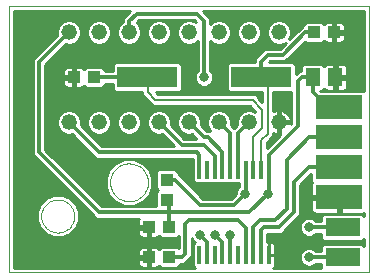
<source format=gtl>
G75*
G70*
%OFA0B0*%
%FSLAX24Y24*%
%IPPOS*%
%LPD*%
%AMOC8*
5,1,8,0,0,1.08239X$1,22.5*
%
%ADD10C,0.0000*%
%ADD11C,0.0520*%
%ADD12R,0.0157X0.0591*%
%ADD13R,0.2000X0.0700*%
%ADD14R,0.0433X0.0394*%
%ADD15R,0.0512X0.0591*%
%ADD16R,0.1575X0.0787*%
%ADD17R,0.1181X0.0591*%
%ADD18C,0.0100*%
%ADD19C,0.0317*%
%ADD20C,0.0120*%
%ADD21C,0.0080*%
D10*
X000282Y000282D02*
X000282Y009152D01*
X012274Y009152D01*
X012274Y000282D01*
X000282Y000282D01*
X001356Y002157D02*
X001358Y002204D01*
X001364Y002250D01*
X001374Y002296D01*
X001387Y002341D01*
X001405Y002384D01*
X001426Y002426D01*
X001450Y002466D01*
X001478Y002503D01*
X001509Y002538D01*
X001543Y002571D01*
X001579Y002600D01*
X001618Y002626D01*
X001659Y002649D01*
X001702Y002668D01*
X001746Y002684D01*
X001791Y002696D01*
X001837Y002704D01*
X001884Y002708D01*
X001930Y002708D01*
X001977Y002704D01*
X002023Y002696D01*
X002068Y002684D01*
X002112Y002668D01*
X002155Y002649D01*
X002196Y002626D01*
X002235Y002600D01*
X002271Y002571D01*
X002305Y002538D01*
X002336Y002503D01*
X002364Y002466D01*
X002388Y002426D01*
X002409Y002384D01*
X002427Y002341D01*
X002440Y002296D01*
X002450Y002250D01*
X002456Y002204D01*
X002458Y002157D01*
X002456Y002110D01*
X002450Y002064D01*
X002440Y002018D01*
X002427Y001973D01*
X002409Y001930D01*
X002388Y001888D01*
X002364Y001848D01*
X002336Y001811D01*
X002305Y001776D01*
X002271Y001743D01*
X002235Y001714D01*
X002196Y001688D01*
X002155Y001665D01*
X002112Y001646D01*
X002068Y001630D01*
X002023Y001618D01*
X001977Y001610D01*
X001930Y001606D01*
X001884Y001606D01*
X001837Y001610D01*
X001791Y001618D01*
X001746Y001630D01*
X001702Y001646D01*
X001659Y001665D01*
X001618Y001688D01*
X001579Y001714D01*
X001543Y001743D01*
X001509Y001776D01*
X001478Y001811D01*
X001450Y001848D01*
X001426Y001888D01*
X001405Y001930D01*
X001387Y001973D01*
X001374Y002018D01*
X001364Y002064D01*
X001358Y002110D01*
X001356Y002157D01*
X003652Y003282D02*
X003654Y003332D01*
X003660Y003382D01*
X003670Y003431D01*
X003684Y003479D01*
X003701Y003526D01*
X003722Y003571D01*
X003747Y003615D01*
X003775Y003656D01*
X003807Y003695D01*
X003841Y003732D01*
X003878Y003766D01*
X003918Y003796D01*
X003960Y003823D01*
X004004Y003847D01*
X004050Y003868D01*
X004097Y003884D01*
X004145Y003897D01*
X004195Y003906D01*
X004244Y003911D01*
X004295Y003912D01*
X004345Y003909D01*
X004394Y003902D01*
X004443Y003891D01*
X004491Y003876D01*
X004537Y003858D01*
X004582Y003836D01*
X004625Y003810D01*
X004666Y003781D01*
X004705Y003749D01*
X004741Y003714D01*
X004773Y003676D01*
X004803Y003636D01*
X004830Y003593D01*
X004853Y003549D01*
X004872Y003503D01*
X004888Y003455D01*
X004900Y003406D01*
X004908Y003357D01*
X004912Y003307D01*
X004912Y003257D01*
X004908Y003207D01*
X004900Y003158D01*
X004888Y003109D01*
X004872Y003061D01*
X004853Y003015D01*
X004830Y002971D01*
X004803Y002928D01*
X004773Y002888D01*
X004741Y002850D01*
X004705Y002815D01*
X004666Y002783D01*
X004625Y002754D01*
X004582Y002728D01*
X004537Y002706D01*
X004491Y002688D01*
X004443Y002673D01*
X004394Y002662D01*
X004345Y002655D01*
X004295Y002652D01*
X004244Y002653D01*
X004195Y002658D01*
X004145Y002667D01*
X004097Y002680D01*
X004050Y002696D01*
X004004Y002717D01*
X003960Y002741D01*
X003918Y002768D01*
X003878Y002798D01*
X003841Y002832D01*
X003807Y002869D01*
X003775Y002908D01*
X003747Y002949D01*
X003722Y002993D01*
X003701Y003038D01*
X003684Y003085D01*
X003670Y003133D01*
X003660Y003182D01*
X003654Y003232D01*
X003652Y003282D01*
D11*
X003282Y005282D03*
X002282Y005282D03*
X004282Y005282D03*
X005282Y005282D03*
X006282Y005282D03*
X007282Y005282D03*
X008282Y005282D03*
X009282Y005282D03*
X009282Y008282D03*
X008282Y008282D03*
X007282Y008282D03*
X006282Y008282D03*
X005282Y008282D03*
X004282Y008282D03*
X003282Y008282D03*
X002282Y008282D03*
D12*
X006631Y003709D03*
X006887Y003709D03*
X007142Y003709D03*
X007398Y003709D03*
X007654Y003709D03*
X007910Y003709D03*
X008166Y003709D03*
X008422Y003709D03*
X008678Y003709D03*
X008934Y003709D03*
X008934Y000855D03*
X008678Y000855D03*
X008422Y000855D03*
X008166Y000855D03*
X007910Y000855D03*
X007654Y000855D03*
X007398Y000855D03*
X007142Y000855D03*
X006887Y000855D03*
X006631Y000855D03*
D13*
X004882Y006782D03*
X008682Y006782D03*
D14*
X010448Y008282D03*
X011117Y008282D03*
X005532Y003367D03*
X005532Y002698D03*
X005617Y001782D03*
X004948Y001782D03*
X004948Y000782D03*
X005617Y000782D03*
X003117Y006782D03*
X002448Y006782D03*
D15*
X010408Y006782D03*
X011156Y006782D03*
D16*
X011282Y005782D03*
X011282Y004782D03*
X011282Y003782D03*
X011282Y002782D03*
D17*
X011407Y001782D03*
X011407Y000782D03*
D18*
X010754Y001227D02*
X010667Y001140D01*
X010667Y000992D01*
X010508Y000992D01*
X010457Y001044D01*
X010344Y001091D01*
X010221Y001091D01*
X010107Y001044D01*
X010021Y000957D01*
X009974Y000844D01*
X009974Y000721D01*
X010021Y000607D01*
X010107Y000521D01*
X010221Y000474D01*
X010344Y000474D01*
X010457Y000521D01*
X010508Y000572D01*
X010667Y000572D01*
X010667Y000432D01*
X009091Y000432D01*
X009105Y000440D01*
X009133Y000468D01*
X009152Y000502D01*
X009162Y000540D01*
X009162Y000855D01*
X009162Y001170D01*
X009152Y001208D01*
X009133Y001242D01*
X009105Y001270D01*
X009070Y001290D01*
X009032Y001300D01*
X008934Y001300D01*
X008934Y000855D01*
X009162Y000855D01*
X008934Y000855D01*
X008934Y000855D01*
X008934Y000855D01*
X008934Y001300D01*
X008888Y001300D01*
X008888Y001572D01*
X009369Y001572D01*
X009492Y001695D01*
X009992Y002195D01*
X009992Y002369D01*
X009992Y003195D01*
X010345Y003548D01*
X010345Y003326D01*
X010389Y003282D01*
X010375Y003268D01*
X010355Y003234D01*
X010345Y003196D01*
X010345Y002832D01*
X011232Y002832D01*
X011232Y002732D01*
X011332Y002732D01*
X011332Y002239D01*
X012089Y002239D01*
X012124Y002248D01*
X012124Y002163D01*
X012060Y002227D01*
X010754Y002227D01*
X010667Y002140D01*
X010667Y001992D01*
X010508Y001992D01*
X010457Y002044D01*
X010344Y002091D01*
X010221Y002091D01*
X010107Y002044D01*
X010021Y001957D01*
X009974Y001844D01*
X009974Y001721D01*
X010021Y001607D01*
X010107Y001521D01*
X010221Y001474D01*
X010344Y001474D01*
X010457Y001521D01*
X010508Y001572D01*
X010667Y001572D01*
X010667Y001425D01*
X010754Y001337D01*
X012060Y001337D01*
X012124Y001401D01*
X012124Y001163D01*
X012060Y001227D01*
X010754Y001227D01*
X010696Y001169D02*
X009162Y001169D01*
X009162Y001071D02*
X010172Y001071D01*
X010392Y001071D02*
X010667Y001071D01*
X010725Y001366D02*
X008888Y001366D01*
X008888Y001465D02*
X010667Y001465D01*
X010667Y001563D02*
X010499Y001563D01*
X010065Y001563D02*
X008888Y001563D01*
X008934Y001268D02*
X008934Y001268D01*
X008934Y001169D02*
X008934Y001169D01*
X008934Y001071D02*
X008934Y001071D01*
X008934Y000972D02*
X008934Y000972D01*
X008934Y000873D02*
X008934Y000873D01*
X009162Y000873D02*
X009986Y000873D01*
X009974Y000775D02*
X009162Y000775D01*
X009162Y000676D02*
X009992Y000676D01*
X010050Y000578D02*
X009162Y000578D01*
X009139Y000479D02*
X010208Y000479D01*
X010357Y000479D02*
X010667Y000479D01*
X010036Y000972D02*
X009162Y000972D01*
X009107Y001268D02*
X012124Y001268D01*
X012124Y001366D02*
X012089Y001366D01*
X012118Y001169D02*
X012124Y001169D01*
X011332Y002253D02*
X011232Y002253D01*
X011232Y002239D02*
X011232Y002732D01*
X010345Y002732D01*
X010345Y002369D01*
X010355Y002331D01*
X010375Y002296D01*
X010403Y002268D01*
X010437Y002249D01*
X010475Y002239D01*
X011232Y002239D01*
X011232Y002352D02*
X011332Y002352D01*
X011332Y002450D02*
X011232Y002450D01*
X011232Y002549D02*
X011332Y002549D01*
X011332Y002647D02*
X011232Y002647D01*
X011232Y002746D02*
X009992Y002746D01*
X009992Y002844D02*
X010345Y002844D01*
X010345Y002943D02*
X009992Y002943D01*
X009992Y003041D02*
X010345Y003041D01*
X010345Y003140D02*
X009992Y003140D01*
X010035Y003239D02*
X010358Y003239D01*
X010345Y003337D02*
X010134Y003337D01*
X010233Y003436D02*
X010345Y003436D01*
X010331Y003534D02*
X010345Y003534D01*
X010345Y002647D02*
X009992Y002647D01*
X009992Y002549D02*
X010345Y002549D01*
X010345Y002450D02*
X009992Y002450D01*
X009992Y002352D02*
X010349Y002352D01*
X010429Y002253D02*
X009992Y002253D01*
X009951Y002155D02*
X010682Y002155D01*
X010667Y002056D02*
X010427Y002056D01*
X010137Y002056D02*
X009853Y002056D01*
X009754Y001957D02*
X010021Y001957D01*
X009980Y001859D02*
X009656Y001859D01*
X009557Y001760D02*
X009974Y001760D01*
X009998Y001662D02*
X009459Y001662D01*
X007849Y002896D02*
X007695Y002742D01*
X006744Y002742D01*
X005910Y003577D01*
X005899Y003577D01*
X005899Y003626D01*
X005811Y003714D01*
X005254Y003714D01*
X005166Y003626D01*
X005166Y003108D01*
X005241Y003032D01*
X005166Y002957D01*
X005166Y002492D01*
X003369Y002492D01*
X001492Y004369D01*
X001492Y007195D01*
X002178Y007881D01*
X002201Y007872D01*
X002364Y007872D01*
X002514Y007935D01*
X002630Y008050D01*
X002692Y008201D01*
X002692Y008364D01*
X002630Y008514D01*
X002514Y008630D01*
X002364Y008692D01*
X002201Y008692D01*
X002050Y008630D01*
X001935Y008514D01*
X001872Y008364D01*
X001872Y008201D01*
X001881Y008178D01*
X001195Y007492D01*
X001072Y007369D01*
X001072Y004369D01*
X001072Y004195D01*
X003072Y002195D01*
X003195Y002072D01*
X004612Y002072D01*
X004611Y002071D01*
X004591Y002037D01*
X004581Y001999D01*
X004581Y001831D01*
X004899Y001831D01*
X004899Y001734D01*
X004581Y001734D01*
X004581Y001566D01*
X004591Y001527D01*
X004611Y001493D01*
X004639Y001465D01*
X004673Y001446D01*
X004711Y001435D01*
X004899Y001435D01*
X004899Y001734D01*
X004996Y001734D01*
X004996Y001435D01*
X005184Y001435D01*
X005222Y001446D01*
X005256Y001465D01*
X005282Y001491D01*
X005338Y001435D01*
X005896Y001435D01*
X005947Y001487D01*
X005947Y001077D01*
X005896Y001129D01*
X005338Y001129D01*
X005282Y001073D01*
X005256Y001099D01*
X005222Y001119D01*
X005184Y001129D01*
X004996Y001129D01*
X004996Y000831D01*
X004899Y000831D01*
X004899Y001129D01*
X004711Y001129D01*
X004673Y001119D01*
X004639Y001099D01*
X004611Y001071D01*
X004591Y001037D01*
X004581Y000999D01*
X004581Y000831D01*
X004899Y000831D01*
X004899Y000734D01*
X004581Y000734D01*
X004581Y000566D01*
X004591Y000527D01*
X004611Y000493D01*
X004639Y000465D01*
X004673Y000446D01*
X004711Y000435D01*
X004899Y000435D01*
X004899Y000734D01*
X004996Y000734D01*
X004996Y000435D01*
X005184Y000435D01*
X005222Y000446D01*
X005256Y000465D01*
X005282Y000491D01*
X005338Y000435D01*
X005896Y000435D01*
X005983Y000523D01*
X005983Y000572D01*
X006119Y000572D01*
X006242Y000695D01*
X006367Y000820D01*
X006367Y000994D01*
X006367Y001426D01*
X006396Y001357D01*
X006471Y001282D01*
X006402Y001212D01*
X006402Y000498D01*
X006467Y000432D01*
X000432Y000432D01*
X000432Y009002D01*
X004330Y009002D01*
X004322Y008994D01*
X004195Y008867D01*
X004072Y008744D01*
X004072Y008639D01*
X004050Y008630D01*
X003935Y008514D01*
X003872Y008364D01*
X003872Y008201D01*
X003935Y008050D01*
X004050Y007935D01*
X004201Y007872D01*
X004364Y007872D01*
X004514Y007935D01*
X004630Y008050D01*
X004692Y008201D01*
X004692Y008364D01*
X004630Y008514D01*
X004533Y008611D01*
X004619Y008697D01*
X006445Y008697D01*
X006511Y008631D01*
X006364Y008692D01*
X006201Y008692D01*
X006050Y008630D01*
X005935Y008514D01*
X005872Y008364D01*
X005872Y008201D01*
X005935Y008050D01*
X006050Y007935D01*
X006201Y007872D01*
X006364Y007872D01*
X006514Y007935D01*
X006572Y007992D01*
X006572Y007008D01*
X006521Y006957D01*
X006474Y006844D01*
X006474Y006721D01*
X006521Y006607D01*
X006607Y006521D01*
X006721Y006474D01*
X006844Y006474D01*
X006957Y006521D01*
X007044Y006607D01*
X007091Y006721D01*
X007091Y006844D01*
X007044Y006957D01*
X006992Y007008D01*
X006992Y007992D01*
X007050Y007935D01*
X007201Y007872D01*
X007364Y007872D01*
X007514Y007935D01*
X007630Y008050D01*
X007692Y008201D01*
X007692Y008364D01*
X007630Y008514D01*
X007514Y008630D01*
X007364Y008692D01*
X007201Y008692D01*
X007050Y008630D01*
X006992Y008572D01*
X006992Y008744D01*
X006869Y008867D01*
X006734Y009002D01*
X012124Y009002D01*
X012124Y006326D01*
X010660Y006326D01*
X010649Y006337D01*
X010726Y006337D01*
X010782Y006393D01*
X010808Y006367D01*
X010842Y006347D01*
X010881Y006337D01*
X011106Y006337D01*
X011106Y006732D01*
X011206Y006732D01*
X011206Y006337D01*
X011432Y006337D01*
X011470Y006347D01*
X011504Y006367D01*
X011532Y006395D01*
X011552Y006429D01*
X011562Y006467D01*
X011562Y006732D01*
X011206Y006732D01*
X011206Y006832D01*
X011106Y006832D01*
X011106Y007227D01*
X010881Y007227D01*
X010842Y007217D01*
X010808Y007197D01*
X010782Y007171D01*
X010726Y007227D01*
X010090Y007227D01*
X010002Y007140D01*
X010002Y006992D01*
X009945Y006992D01*
X009832Y006879D01*
X009832Y007194D01*
X009744Y007282D01*
X008954Y007282D01*
X008994Y007322D01*
X009320Y007322D01*
X009494Y007322D01*
X010138Y007966D01*
X010169Y007935D01*
X010726Y007935D01*
X010782Y007991D01*
X010808Y007965D01*
X010842Y007946D01*
X010881Y007935D01*
X011068Y007935D01*
X011068Y008234D01*
X011165Y008234D01*
X011165Y007935D01*
X011353Y007935D01*
X011391Y007946D01*
X011425Y007965D01*
X011453Y007993D01*
X011473Y008027D01*
X011483Y008066D01*
X011483Y008234D01*
X011166Y008234D01*
X011166Y008331D01*
X011483Y008331D01*
X011483Y008499D01*
X011473Y008537D01*
X011453Y008571D01*
X011425Y008599D01*
X011391Y008619D01*
X011353Y008629D01*
X011165Y008629D01*
X011165Y008331D01*
X011068Y008331D01*
X011068Y008629D01*
X010881Y008629D01*
X010842Y008619D01*
X010808Y008599D01*
X010782Y008573D01*
X010726Y008629D01*
X010169Y008629D01*
X010081Y008541D01*
X010081Y008492D01*
X010070Y008492D01*
X009947Y008369D01*
X009631Y008053D01*
X009692Y008201D01*
X009692Y008364D01*
X009630Y008514D01*
X009514Y008630D01*
X009364Y008692D01*
X009201Y008692D01*
X009050Y008630D01*
X008935Y008514D01*
X008872Y008364D01*
X008872Y008201D01*
X008935Y008050D01*
X009050Y007935D01*
X009201Y007872D01*
X009364Y007872D01*
X009511Y007933D01*
X009320Y007742D01*
X008820Y007742D01*
X008697Y007619D01*
X008472Y007394D01*
X008472Y007282D01*
X007620Y007282D01*
X007532Y007194D01*
X007532Y006370D01*
X007620Y006282D01*
X008717Y006282D01*
X008717Y005962D01*
X008597Y006102D01*
X008597Y006111D01*
X008547Y006161D01*
X008500Y006216D01*
X008492Y006216D01*
X008486Y006222D01*
X008415Y006222D01*
X008343Y006228D01*
X008337Y006222D01*
X005236Y006222D01*
X005176Y006282D01*
X005944Y006282D01*
X006032Y006370D01*
X006032Y007194D01*
X005944Y007282D01*
X003820Y007282D01*
X003732Y007194D01*
X003732Y006992D01*
X003483Y006992D01*
X003483Y007041D01*
X003396Y007129D01*
X002838Y007129D01*
X002782Y007073D01*
X002756Y007099D01*
X002722Y007119D01*
X002684Y007129D01*
X002496Y007129D01*
X002496Y006831D01*
X002399Y006831D01*
X002399Y007129D01*
X002211Y007129D01*
X002173Y007119D01*
X002139Y007099D01*
X002111Y007071D01*
X002091Y007037D01*
X002081Y006999D01*
X002081Y006831D01*
X002399Y006831D01*
X002399Y006734D01*
X002081Y006734D01*
X002081Y006566D01*
X002091Y006527D01*
X002111Y006493D01*
X002139Y006465D01*
X002173Y006446D01*
X002211Y006435D01*
X002399Y006435D01*
X002399Y006734D01*
X002496Y006734D01*
X002496Y006435D01*
X002684Y006435D01*
X002722Y006446D01*
X002756Y006465D01*
X002782Y006491D01*
X002838Y006435D01*
X003396Y006435D01*
X003483Y006523D01*
X003483Y006572D01*
X003732Y006572D01*
X003732Y006370D01*
X003820Y006282D01*
X004717Y006282D01*
X004717Y006203D01*
X004828Y006092D01*
X005078Y005842D01*
X005236Y005842D01*
X008320Y005842D01*
X008495Y005638D01*
X008364Y005692D01*
X008201Y005692D01*
X008050Y005630D01*
X007935Y005514D01*
X007872Y005364D01*
X007872Y005201D01*
X007881Y005178D01*
X007782Y005079D01*
X007683Y005178D01*
X007692Y005201D01*
X007692Y005364D01*
X007630Y005514D01*
X007514Y005630D01*
X007364Y005692D01*
X007201Y005692D01*
X007050Y005630D01*
X006935Y005514D01*
X006872Y005364D01*
X006872Y005201D01*
X006935Y005050D01*
X006992Y004992D01*
X006869Y004992D01*
X006683Y005178D01*
X006692Y005201D01*
X006692Y005364D01*
X006630Y005514D01*
X006514Y005630D01*
X006364Y005692D01*
X006201Y005692D01*
X006050Y005630D01*
X005935Y005514D01*
X005872Y005364D01*
X005872Y005201D01*
X005935Y005050D01*
X006050Y004935D01*
X006201Y004872D01*
X006364Y004872D01*
X006386Y004881D01*
X006525Y004742D01*
X006119Y004742D01*
X005683Y005178D01*
X005692Y005201D01*
X005692Y005364D01*
X005630Y005514D01*
X005514Y005630D01*
X005364Y005692D01*
X005201Y005692D01*
X005050Y005630D01*
X004935Y005514D01*
X004872Y005364D01*
X004872Y005201D01*
X004935Y005050D01*
X005050Y004935D01*
X005201Y004872D01*
X005364Y004872D01*
X005386Y004881D01*
X005775Y004492D01*
X003369Y004492D01*
X002683Y005178D01*
X002692Y005201D01*
X002692Y005364D01*
X002630Y005514D01*
X002514Y005630D01*
X002364Y005692D01*
X002201Y005692D01*
X002050Y005630D01*
X001935Y005514D01*
X001872Y005364D01*
X001872Y005201D01*
X001935Y005050D01*
X002050Y004935D01*
X002201Y004872D01*
X002364Y004872D01*
X002386Y004881D01*
X003195Y004072D01*
X003369Y004072D01*
X006407Y004072D01*
X006402Y004067D01*
X006402Y003352D01*
X006490Y003264D01*
X006771Y003264D01*
X007027Y003264D01*
X007283Y003264D01*
X007539Y003264D01*
X007795Y003264D01*
X007956Y003264D01*
X007956Y003142D01*
X007896Y003082D01*
X007849Y002969D01*
X007849Y002896D01*
X007849Y002943D02*
X006543Y002943D01*
X006445Y003041D02*
X007879Y003041D01*
X007954Y003140D02*
X006346Y003140D01*
X006248Y003239D02*
X007956Y003239D01*
X007797Y002844D02*
X006642Y002844D01*
X006741Y002746D02*
X007699Y002746D01*
X006417Y003337D02*
X006149Y003337D01*
X006051Y003436D02*
X006402Y003436D01*
X006402Y003534D02*
X005952Y003534D01*
X005892Y003633D02*
X006402Y003633D01*
X006402Y003731D02*
X004936Y003731D01*
X004943Y003724D02*
X004724Y003943D01*
X004437Y004062D01*
X004127Y004062D01*
X003840Y003943D01*
X003621Y003724D01*
X003502Y003437D01*
X003502Y003127D01*
X003621Y002840D01*
X003840Y002621D01*
X004127Y002502D01*
X004437Y002502D01*
X004724Y002621D01*
X004943Y002840D01*
X005062Y003127D01*
X005062Y003437D01*
X004943Y003724D01*
X004981Y003633D02*
X005173Y003633D01*
X005166Y003534D02*
X005022Y003534D01*
X005062Y003436D02*
X005166Y003436D01*
X005166Y003337D02*
X005062Y003337D01*
X005062Y003239D02*
X005166Y003239D01*
X005166Y003140D02*
X005062Y003140D01*
X005027Y003041D02*
X005232Y003041D01*
X005166Y002943D02*
X004986Y002943D01*
X004945Y002844D02*
X005166Y002844D01*
X005166Y002746D02*
X004849Y002746D01*
X004750Y002647D02*
X005166Y002647D01*
X005166Y002549D02*
X004549Y002549D01*
X004015Y002549D02*
X003313Y002549D01*
X003214Y002647D02*
X003814Y002647D01*
X003716Y002746D02*
X003116Y002746D01*
X003017Y002844D02*
X003619Y002844D01*
X003579Y002943D02*
X002918Y002943D01*
X002820Y003041D02*
X003538Y003041D01*
X003502Y003140D02*
X002721Y003140D01*
X002623Y003239D02*
X003502Y003239D01*
X003502Y003337D02*
X002524Y003337D01*
X002426Y003436D02*
X003502Y003436D01*
X003542Y003534D02*
X002327Y003534D01*
X002229Y003633D02*
X003583Y003633D01*
X003628Y003731D02*
X002130Y003731D01*
X002032Y003830D02*
X003727Y003830D01*
X003825Y003928D02*
X001933Y003928D01*
X001834Y004027D02*
X004042Y004027D01*
X004522Y004027D02*
X006402Y004027D01*
X006402Y003928D02*
X004739Y003928D01*
X004838Y003830D02*
X006402Y003830D01*
X005748Y004520D02*
X003342Y004520D01*
X003243Y004618D02*
X005649Y004618D01*
X005551Y004717D02*
X003145Y004717D01*
X003046Y004815D02*
X005452Y004815D01*
X005100Y004914D02*
X004464Y004914D01*
X004514Y004935D02*
X004630Y005050D01*
X004692Y005201D01*
X004692Y005364D01*
X004630Y005514D01*
X004514Y005630D01*
X004364Y005692D01*
X004201Y005692D01*
X004050Y005630D01*
X003935Y005514D01*
X003872Y005364D01*
X003872Y005201D01*
X003935Y005050D01*
X004050Y004935D01*
X004201Y004872D01*
X004364Y004872D01*
X004514Y004935D01*
X004592Y005012D02*
X004972Y005012D01*
X004909Y005111D02*
X004655Y005111D01*
X004692Y005209D02*
X004872Y005209D01*
X004872Y005308D02*
X004692Y005308D01*
X004674Y005406D02*
X004890Y005406D01*
X004931Y005505D02*
X004634Y005505D01*
X004541Y005604D02*
X005024Y005604D01*
X005021Y005899D02*
X001492Y005899D01*
X001492Y005801D02*
X008355Y005801D01*
X008440Y005702D02*
X001492Y005702D01*
X001492Y005604D02*
X002024Y005604D01*
X001931Y005505D02*
X001492Y005505D01*
X001492Y005406D02*
X001890Y005406D01*
X001872Y005308D02*
X001492Y005308D01*
X001492Y005209D02*
X001872Y005209D01*
X001909Y005111D02*
X001492Y005111D01*
X001492Y005012D02*
X001972Y005012D01*
X002100Y004914D02*
X001492Y004914D01*
X001492Y004815D02*
X002452Y004815D01*
X002551Y004717D02*
X001492Y004717D01*
X001492Y004618D02*
X002649Y004618D01*
X002748Y004520D02*
X001492Y004520D01*
X001492Y004421D02*
X002846Y004421D01*
X002945Y004322D02*
X001539Y004322D01*
X001637Y004224D02*
X003043Y004224D01*
X003142Y004125D02*
X001736Y004125D01*
X001438Y003830D02*
X000432Y003830D01*
X000432Y003928D02*
X001339Y003928D01*
X001241Y004027D02*
X000432Y004027D01*
X000432Y004125D02*
X001142Y004125D01*
X001072Y004224D02*
X000432Y004224D01*
X000432Y004322D02*
X001072Y004322D01*
X001072Y004421D02*
X000432Y004421D01*
X000432Y004520D02*
X001072Y004520D01*
X001072Y004618D02*
X000432Y004618D01*
X000432Y004717D02*
X001072Y004717D01*
X001072Y004815D02*
X000432Y004815D01*
X000432Y004914D02*
X001072Y004914D01*
X001072Y005012D02*
X000432Y005012D01*
X000432Y005111D02*
X001072Y005111D01*
X001072Y005209D02*
X000432Y005209D01*
X000432Y005308D02*
X001072Y005308D01*
X001072Y005406D02*
X000432Y005406D01*
X000432Y005505D02*
X001072Y005505D01*
X001072Y005604D02*
X000432Y005604D01*
X000432Y005702D02*
X001072Y005702D01*
X001072Y005801D02*
X000432Y005801D01*
X000432Y005899D02*
X001072Y005899D01*
X001072Y005998D02*
X000432Y005998D01*
X000432Y006096D02*
X001072Y006096D01*
X001072Y006195D02*
X000432Y006195D01*
X000432Y006293D02*
X001072Y006293D01*
X001072Y006392D02*
X000432Y006392D01*
X000432Y006490D02*
X001072Y006490D01*
X001072Y006589D02*
X000432Y006589D01*
X000432Y006688D02*
X001072Y006688D01*
X001072Y006786D02*
X000432Y006786D01*
X000432Y006885D02*
X001072Y006885D01*
X001072Y006983D02*
X000432Y006983D01*
X000432Y007082D02*
X001072Y007082D01*
X001072Y007180D02*
X000432Y007180D01*
X000432Y007279D02*
X001072Y007279D01*
X001080Y007377D02*
X000432Y007377D01*
X000432Y007476D02*
X001179Y007476D01*
X001277Y007574D02*
X000432Y007574D01*
X000432Y007673D02*
X001376Y007673D01*
X001475Y007771D02*
X000432Y007771D01*
X000432Y007870D02*
X001573Y007870D01*
X001672Y007969D02*
X000432Y007969D01*
X000432Y008067D02*
X001770Y008067D01*
X001869Y008166D02*
X000432Y008166D01*
X000432Y008264D02*
X001872Y008264D01*
X001872Y008363D02*
X000432Y008363D01*
X000432Y008461D02*
X001913Y008461D01*
X001980Y008560D02*
X000432Y008560D01*
X000432Y008658D02*
X002119Y008658D01*
X002445Y008658D02*
X003119Y008658D01*
X003050Y008630D02*
X002935Y008514D01*
X002872Y008364D01*
X002872Y008201D01*
X002935Y008050D01*
X003050Y007935D01*
X003201Y007872D01*
X003364Y007872D01*
X003514Y007935D01*
X003630Y008050D01*
X003692Y008201D01*
X003692Y008364D01*
X003630Y008514D01*
X003514Y008630D01*
X003364Y008692D01*
X003201Y008692D01*
X003050Y008630D01*
X002980Y008560D02*
X002584Y008560D01*
X002652Y008461D02*
X002913Y008461D01*
X002872Y008363D02*
X002692Y008363D01*
X002692Y008264D02*
X002872Y008264D01*
X002887Y008166D02*
X002678Y008166D01*
X002637Y008067D02*
X002927Y008067D01*
X003016Y007969D02*
X002548Y007969D01*
X002167Y007870D02*
X006572Y007870D01*
X006572Y007771D02*
X002068Y007771D01*
X001970Y007673D02*
X006572Y007673D01*
X006572Y007574D02*
X001871Y007574D01*
X001773Y007476D02*
X006572Y007476D01*
X006572Y007377D02*
X001674Y007377D01*
X001576Y007279D02*
X003817Y007279D01*
X003732Y007180D02*
X001492Y007180D01*
X001492Y007082D02*
X002122Y007082D01*
X002081Y006983D02*
X001492Y006983D01*
X001492Y006885D02*
X002081Y006885D01*
X002081Y006688D02*
X001492Y006688D01*
X001492Y006786D02*
X002399Y006786D01*
X002399Y006688D02*
X002496Y006688D01*
X002496Y006589D02*
X002399Y006589D01*
X002399Y006490D02*
X002496Y006490D01*
X002781Y006490D02*
X002783Y006490D01*
X002496Y006885D02*
X002399Y006885D01*
X002399Y006983D02*
X002496Y006983D01*
X002496Y007082D02*
X002399Y007082D01*
X002774Y007082D02*
X002791Y007082D01*
X003443Y007082D02*
X003732Y007082D01*
X003732Y006490D02*
X003451Y006490D01*
X003732Y006392D02*
X001492Y006392D01*
X001492Y006490D02*
X002114Y006490D01*
X002081Y006589D02*
X001492Y006589D01*
X001492Y006293D02*
X003809Y006293D01*
X003514Y005630D02*
X003364Y005692D01*
X003201Y005692D01*
X003050Y005630D01*
X002935Y005514D01*
X002872Y005364D01*
X002872Y005201D01*
X002935Y005050D01*
X003050Y004935D01*
X003201Y004872D01*
X003364Y004872D01*
X003514Y004935D01*
X003630Y005050D01*
X003692Y005201D01*
X003692Y005364D01*
X003630Y005514D01*
X003514Y005630D01*
X003541Y005604D02*
X004024Y005604D01*
X003931Y005505D02*
X003634Y005505D01*
X003674Y005406D02*
X003890Y005406D01*
X003872Y005308D02*
X003692Y005308D01*
X003692Y005209D02*
X003872Y005209D01*
X003909Y005111D02*
X003655Y005111D01*
X003592Y005012D02*
X003972Y005012D01*
X004100Y004914D02*
X003464Y004914D01*
X003100Y004914D02*
X002948Y004914D01*
X002972Y005012D02*
X002849Y005012D01*
X002909Y005111D02*
X002751Y005111D01*
X002692Y005209D02*
X002872Y005209D01*
X002872Y005308D02*
X002692Y005308D01*
X002674Y005406D02*
X002890Y005406D01*
X002931Y005505D02*
X002634Y005505D01*
X002541Y005604D02*
X003024Y005604D01*
X001492Y005998D02*
X004923Y005998D01*
X004824Y006096D02*
X001492Y006096D01*
X001492Y006195D02*
X004726Y006195D01*
X005541Y005604D02*
X006024Y005604D01*
X005931Y005505D02*
X005634Y005505D01*
X005674Y005406D02*
X005890Y005406D01*
X005872Y005308D02*
X005692Y005308D01*
X005692Y005209D02*
X005872Y005209D01*
X005909Y005111D02*
X005751Y005111D01*
X005849Y005012D02*
X005972Y005012D01*
X005948Y004914D02*
X006100Y004914D01*
X006046Y004815D02*
X006452Y004815D01*
X006751Y005111D02*
X006909Y005111D01*
X006872Y005209D02*
X006692Y005209D01*
X006692Y005308D02*
X006872Y005308D01*
X006890Y005406D02*
X006674Y005406D01*
X006634Y005505D02*
X006931Y005505D01*
X007024Y005604D02*
X006541Y005604D01*
X006849Y005012D02*
X006972Y005012D01*
X007634Y005505D02*
X007931Y005505D01*
X007890Y005406D02*
X007674Y005406D01*
X007692Y005308D02*
X007872Y005308D01*
X007872Y005209D02*
X007692Y005209D01*
X007751Y005111D02*
X007814Y005111D01*
X008024Y005604D02*
X007541Y005604D01*
X007609Y006293D02*
X005955Y006293D01*
X006032Y006392D02*
X007532Y006392D01*
X007532Y006490D02*
X006884Y006490D01*
X007025Y006589D02*
X007532Y006589D01*
X007532Y006688D02*
X007077Y006688D01*
X007091Y006786D02*
X007532Y006786D01*
X007532Y006885D02*
X007074Y006885D01*
X007017Y006983D02*
X007532Y006983D01*
X007532Y007082D02*
X006992Y007082D01*
X006992Y007180D02*
X007532Y007180D01*
X007617Y007279D02*
X006992Y007279D01*
X006992Y007377D02*
X008472Y007377D01*
X008554Y007476D02*
X006992Y007476D01*
X006992Y007574D02*
X008652Y007574D01*
X008751Y007673D02*
X006992Y007673D01*
X006992Y007771D02*
X009350Y007771D01*
X009448Y007870D02*
X006992Y007870D01*
X006992Y007969D02*
X007016Y007969D01*
X006572Y007969D02*
X006548Y007969D01*
X006016Y007969D02*
X005548Y007969D01*
X005514Y007935D02*
X005630Y008050D01*
X005692Y008201D01*
X005692Y008364D01*
X005630Y008514D01*
X005514Y008630D01*
X005364Y008692D01*
X005201Y008692D01*
X005050Y008630D01*
X004935Y008514D01*
X004872Y008364D01*
X004872Y008201D01*
X004935Y008050D01*
X005050Y007935D01*
X005201Y007872D01*
X005364Y007872D01*
X005514Y007935D01*
X005637Y008067D02*
X005927Y008067D01*
X005887Y008166D02*
X005678Y008166D01*
X005692Y008264D02*
X005872Y008264D01*
X005872Y008363D02*
X005692Y008363D01*
X005652Y008461D02*
X005913Y008461D01*
X005980Y008560D02*
X005584Y008560D01*
X005445Y008658D02*
X006119Y008658D01*
X006445Y008658D02*
X006484Y008658D01*
X006782Y008954D02*
X012124Y008954D01*
X012124Y008855D02*
X006881Y008855D01*
X006979Y008757D02*
X012124Y008757D01*
X012124Y008658D02*
X009445Y008658D01*
X009584Y008560D02*
X010100Y008560D01*
X010039Y008461D02*
X009652Y008461D01*
X009692Y008363D02*
X009941Y008363D01*
X009842Y008264D02*
X009692Y008264D01*
X009678Y008166D02*
X009744Y008166D01*
X009645Y008067D02*
X009637Y008067D01*
X009943Y007771D02*
X012124Y007771D01*
X012124Y007673D02*
X009845Y007673D01*
X009746Y007574D02*
X012124Y007574D01*
X012124Y007476D02*
X009648Y007476D01*
X009549Y007377D02*
X012124Y007377D01*
X012124Y007279D02*
X009748Y007279D01*
X009832Y007180D02*
X010043Y007180D01*
X010002Y007082D02*
X009832Y007082D01*
X009832Y006983D02*
X009936Y006983D01*
X009838Y006885D02*
X009832Y006885D01*
X009697Y006282D02*
X009097Y006282D01*
X009097Y005648D01*
X009125Y005662D01*
X009186Y005682D01*
X009250Y005692D01*
X009252Y005692D01*
X009252Y005312D01*
X009312Y005312D01*
X009312Y005692D01*
X009314Y005692D01*
X009378Y005682D01*
X009440Y005662D01*
X009497Y005633D01*
X009549Y005595D01*
X009595Y005549D01*
X009633Y005497D01*
X009662Y005440D01*
X009682Y005378D01*
X009692Y005314D01*
X009692Y005312D01*
X009312Y005312D01*
X009312Y005252D01*
X009312Y004872D01*
X009314Y004872D01*
X009327Y004874D01*
X008868Y004415D01*
X008868Y004599D01*
X008986Y004717D01*
X009097Y004828D01*
X009097Y004916D01*
X009125Y004902D01*
X009186Y004882D01*
X009250Y004872D01*
X009252Y004872D01*
X009252Y005252D01*
X009312Y005252D01*
X009692Y005252D01*
X009692Y005250D01*
X009690Y005237D01*
X009697Y005244D01*
X009697Y006282D01*
X009697Y006195D02*
X009097Y006195D01*
X009097Y006096D02*
X009697Y006096D01*
X009697Y005998D02*
X009097Y005998D01*
X009097Y005899D02*
X009697Y005899D01*
X009697Y005801D02*
X009097Y005801D01*
X009097Y005702D02*
X009697Y005702D01*
X009697Y005604D02*
X009537Y005604D01*
X009627Y005505D02*
X009697Y005505D01*
X009697Y005406D02*
X009673Y005406D01*
X009697Y005308D02*
X009312Y005308D01*
X009312Y005406D02*
X009252Y005406D01*
X009252Y005505D02*
X009312Y005505D01*
X009312Y005604D02*
X009252Y005604D01*
X009252Y005209D02*
X009312Y005209D01*
X009312Y005111D02*
X009252Y005111D01*
X009252Y005012D02*
X009312Y005012D01*
X009312Y004914D02*
X009252Y004914D01*
X009268Y004815D02*
X009084Y004815D01*
X009097Y004914D02*
X009102Y004914D01*
X009170Y004717D02*
X008985Y004717D01*
X009071Y004618D02*
X008887Y004618D01*
X008868Y004520D02*
X008973Y004520D01*
X008874Y004421D02*
X008868Y004421D01*
X008717Y005998D02*
X008687Y005998D01*
X008717Y006096D02*
X008603Y006096D01*
X008518Y006195D02*
X008717Y006195D01*
X006681Y006490D02*
X006032Y006490D01*
X006032Y006589D02*
X006539Y006589D01*
X006488Y006688D02*
X006032Y006688D01*
X006032Y006786D02*
X006474Y006786D01*
X006491Y006885D02*
X006032Y006885D01*
X006032Y006983D02*
X006547Y006983D01*
X006572Y007082D02*
X006032Y007082D01*
X006032Y007180D02*
X006572Y007180D01*
X006572Y007279D02*
X005948Y007279D01*
X005016Y007969D02*
X004548Y007969D01*
X004637Y008067D02*
X004927Y008067D01*
X004887Y008166D02*
X004678Y008166D01*
X004692Y008264D02*
X004872Y008264D01*
X004872Y008363D02*
X004692Y008363D01*
X004652Y008461D02*
X004913Y008461D01*
X004980Y008560D02*
X004584Y008560D01*
X004580Y008658D02*
X005119Y008658D01*
X004322Y008994D02*
X004322Y008994D01*
X004282Y008954D02*
X000432Y008954D01*
X000432Y008855D02*
X004184Y008855D01*
X004195Y008867D02*
X004195Y008867D01*
X004085Y008757D02*
X000432Y008757D01*
X003445Y008658D02*
X004072Y008658D01*
X003980Y008560D02*
X003584Y008560D01*
X003652Y008461D02*
X003913Y008461D01*
X003872Y008363D02*
X003692Y008363D01*
X003692Y008264D02*
X003872Y008264D01*
X003887Y008166D02*
X003678Y008166D01*
X003637Y008067D02*
X003927Y008067D01*
X004016Y007969D02*
X003548Y007969D01*
X006992Y008658D02*
X007119Y008658D01*
X007445Y008658D02*
X008119Y008658D01*
X008050Y008630D02*
X007935Y008514D01*
X007872Y008364D01*
X007872Y008201D01*
X007935Y008050D01*
X008050Y007935D01*
X008201Y007872D01*
X008364Y007872D01*
X008514Y007935D01*
X008630Y008050D01*
X008692Y008201D01*
X008692Y008364D01*
X008630Y008514D01*
X008514Y008630D01*
X008364Y008692D01*
X008201Y008692D01*
X008050Y008630D01*
X007980Y008560D02*
X007584Y008560D01*
X007652Y008461D02*
X007913Y008461D01*
X007872Y008363D02*
X007692Y008363D01*
X007692Y008264D02*
X007872Y008264D01*
X007887Y008166D02*
X007678Y008166D01*
X007637Y008067D02*
X007927Y008067D01*
X008016Y007969D02*
X007548Y007969D01*
X008445Y008658D02*
X009119Y008658D01*
X008980Y008560D02*
X008584Y008560D01*
X008652Y008461D02*
X008913Y008461D01*
X008872Y008363D02*
X008692Y008363D01*
X008692Y008264D02*
X008872Y008264D01*
X008887Y008166D02*
X008678Y008166D01*
X008637Y008067D02*
X008927Y008067D01*
X009016Y007969D02*
X008548Y007969D01*
X010042Y007870D02*
X012124Y007870D01*
X012124Y007969D02*
X011429Y007969D01*
X011483Y008067D02*
X012124Y008067D01*
X012124Y008166D02*
X011483Y008166D01*
X011483Y008363D02*
X012124Y008363D01*
X012124Y008461D02*
X011483Y008461D01*
X011460Y008560D02*
X012124Y008560D01*
X012124Y008264D02*
X011166Y008264D01*
X011165Y008166D02*
X011068Y008166D01*
X011068Y008067D02*
X011165Y008067D01*
X011165Y007969D02*
X011068Y007969D01*
X010805Y007969D02*
X010759Y007969D01*
X011068Y008363D02*
X011165Y008363D01*
X011165Y008461D02*
X011068Y008461D01*
X011068Y008560D02*
X011165Y008560D01*
X011206Y007227D02*
X011206Y006832D01*
X011562Y006832D01*
X011562Y007097D01*
X011552Y007135D01*
X011532Y007170D01*
X011504Y007197D01*
X011470Y007217D01*
X011432Y007227D01*
X011206Y007227D01*
X011206Y007180D02*
X011106Y007180D01*
X011106Y007082D02*
X011206Y007082D01*
X011206Y006983D02*
X011106Y006983D01*
X011106Y006885D02*
X011206Y006885D01*
X011206Y006786D02*
X012124Y006786D01*
X012124Y006688D02*
X011562Y006688D01*
X011562Y006589D02*
X012124Y006589D01*
X012124Y006490D02*
X011562Y006490D01*
X011529Y006392D02*
X012124Y006392D01*
X012124Y006885D02*
X011562Y006885D01*
X011562Y006983D02*
X012124Y006983D01*
X012124Y007082D02*
X011562Y007082D01*
X011521Y007180D02*
X012124Y007180D01*
X011206Y006688D02*
X011106Y006688D01*
X011106Y006589D02*
X011206Y006589D01*
X011206Y006490D02*
X011106Y006490D01*
X011106Y006392D02*
X011206Y006392D01*
X010783Y006392D02*
X010781Y006392D01*
X010773Y007180D02*
X010791Y007180D01*
X004602Y002056D02*
X002608Y002056D01*
X002608Y002018D02*
X002502Y001760D01*
X002304Y001563D01*
X002047Y001456D01*
X001768Y001456D01*
X001510Y001563D01*
X001313Y001760D01*
X001206Y002018D01*
X001206Y002297D01*
X001313Y002554D01*
X001510Y002752D01*
X001768Y002858D01*
X002047Y002858D01*
X002304Y002752D01*
X002502Y002554D01*
X002608Y002297D01*
X002608Y002018D01*
X002583Y001957D02*
X004581Y001957D01*
X004581Y001859D02*
X002543Y001859D01*
X002502Y001760D02*
X004899Y001760D01*
X004899Y001662D02*
X004996Y001662D01*
X004996Y001563D02*
X004899Y001563D01*
X004899Y001465D02*
X004996Y001465D01*
X005255Y001465D02*
X005309Y001465D01*
X004996Y001071D02*
X004899Y001071D01*
X004899Y000972D02*
X004996Y000972D01*
X004996Y000873D02*
X004899Y000873D01*
X004899Y000775D02*
X000432Y000775D01*
X000432Y000873D02*
X004581Y000873D01*
X004581Y000972D02*
X000432Y000972D01*
X000432Y001071D02*
X004611Y001071D01*
X004640Y001465D02*
X002068Y001465D01*
X002305Y001563D02*
X004582Y001563D01*
X004581Y001662D02*
X002403Y001662D01*
X002608Y002155D02*
X003113Y002155D01*
X003014Y002253D02*
X002608Y002253D01*
X002586Y002352D02*
X002916Y002352D01*
X002817Y002450D02*
X002545Y002450D01*
X002504Y002549D02*
X002719Y002549D01*
X002620Y002647D02*
X002409Y002647D01*
X002310Y002746D02*
X002522Y002746D01*
X002423Y002844D02*
X002081Y002844D01*
X002226Y003041D02*
X000432Y003041D01*
X000432Y002943D02*
X002325Y002943D01*
X002127Y003140D02*
X000432Y003140D01*
X000432Y003239D02*
X002029Y003239D01*
X001930Y003337D02*
X000432Y003337D01*
X000432Y003436D02*
X001832Y003436D01*
X001733Y003534D02*
X000432Y003534D01*
X000432Y003633D02*
X001635Y003633D01*
X001536Y003731D02*
X000432Y003731D01*
X000432Y002844D02*
X001734Y002844D01*
X001504Y002746D02*
X000432Y002746D01*
X000432Y002647D02*
X001406Y002647D01*
X001310Y002549D02*
X000432Y002549D01*
X000432Y002450D02*
X001270Y002450D01*
X001229Y002352D02*
X000432Y002352D01*
X000432Y002253D02*
X001206Y002253D01*
X001206Y002155D02*
X000432Y002155D01*
X000432Y002056D02*
X001206Y002056D01*
X001231Y001957D02*
X000432Y001957D01*
X000432Y001859D02*
X001272Y001859D01*
X001313Y001760D02*
X000432Y001760D01*
X000432Y001662D02*
X001411Y001662D01*
X001509Y001563D02*
X000432Y001563D01*
X000432Y001465D02*
X001747Y001465D01*
X000432Y001366D02*
X005947Y001366D01*
X005947Y001268D02*
X000432Y001268D01*
X000432Y001169D02*
X005947Y001169D01*
X005925Y001465D02*
X005947Y001465D01*
X006367Y001366D02*
X006392Y001366D01*
X006367Y001268D02*
X006457Y001268D01*
X006402Y001169D02*
X006367Y001169D01*
X006367Y001071D02*
X006402Y001071D01*
X006402Y000972D02*
X006367Y000972D01*
X006367Y000873D02*
X006402Y000873D01*
X006402Y000775D02*
X006322Y000775D01*
X006402Y000676D02*
X006223Y000676D01*
X006125Y000578D02*
X006402Y000578D01*
X006420Y000479D02*
X005939Y000479D01*
X005294Y000479D02*
X005270Y000479D01*
X004996Y000479D02*
X004899Y000479D01*
X004899Y000578D02*
X004996Y000578D01*
X004996Y000676D02*
X004899Y000676D01*
X004581Y000676D02*
X000432Y000676D01*
X000432Y000578D02*
X004581Y000578D01*
X004625Y000479D02*
X000432Y000479D01*
D19*
X006657Y001532D03*
X007157Y001532D03*
X007657Y001532D03*
X008157Y002907D03*
X008907Y002907D03*
X010157Y003032D03*
X010157Y002157D03*
X010282Y001782D03*
X010282Y000782D03*
X006782Y006782D03*
X010657Y007532D03*
X011157Y007532D03*
X011657Y007532D03*
D20*
X010448Y008282D02*
X010157Y008282D01*
X009407Y007532D01*
X008907Y007532D01*
X008682Y007307D01*
X008682Y006782D01*
X009907Y006657D02*
X010032Y006782D01*
X010408Y006782D01*
X010407Y006781D01*
X010407Y006282D01*
X010907Y005782D01*
X011282Y005782D01*
X011282Y004782D02*
X010282Y004782D01*
X009532Y004032D01*
X009532Y002407D01*
X009157Y002032D01*
X008657Y002032D01*
X008422Y001797D01*
X008422Y000855D01*
X008678Y000855D02*
X008678Y001678D01*
X008782Y001782D01*
X009282Y001782D01*
X009782Y002282D01*
X009782Y003282D01*
X010282Y003782D01*
X011282Y003782D01*
X009907Y005157D02*
X009907Y006657D01*
X008282Y005282D02*
X007910Y004910D01*
X007910Y003709D01*
X008166Y003709D02*
X008166Y002916D01*
X008157Y002907D01*
X007782Y002532D01*
X006657Y002532D01*
X005823Y003367D01*
X005532Y003367D01*
X005532Y002698D02*
X005617Y002613D01*
X005617Y002282D01*
X003282Y002282D01*
X001282Y004282D01*
X001282Y007282D01*
X002282Y008282D01*
X003117Y006782D02*
X004882Y006782D01*
X005282Y005282D02*
X006032Y004532D01*
X006782Y004532D01*
X007142Y004172D01*
X007142Y003709D01*
X007398Y003709D02*
X007398Y004291D01*
X006907Y004782D01*
X006782Y004782D01*
X006282Y005282D01*
X007282Y005282D02*
X007654Y004910D01*
X007654Y003709D01*
X006631Y003709D02*
X006631Y004184D01*
X006532Y004282D01*
X003282Y004282D01*
X002282Y005282D01*
X005617Y002282D02*
X005617Y001782D01*
X006157Y001907D02*
X006157Y000907D01*
X006032Y000782D01*
X005617Y000782D01*
X006657Y001532D02*
X006887Y001303D01*
X006887Y000855D01*
X007398Y000855D02*
X007398Y001291D01*
X007157Y001532D01*
X007654Y001529D02*
X007657Y001532D01*
X007654Y001529D02*
X007654Y000855D01*
X008166Y000855D02*
X008166Y001773D01*
X007907Y002032D01*
X006282Y002032D01*
X006157Y001907D01*
X005617Y002282D02*
X008282Y002282D01*
X008907Y002907D01*
X008934Y002934D01*
X008934Y003709D01*
X008934Y004184D01*
X009907Y005157D01*
X006782Y006782D02*
X006782Y008657D01*
X006532Y008907D01*
X004532Y008907D01*
X004282Y008657D01*
X004282Y008282D01*
X010282Y001782D02*
X011407Y001782D01*
X011407Y000782D02*
X010282Y000782D01*
D21*
X008678Y003709D02*
X008678Y004678D01*
X008907Y004907D01*
X008907Y006557D01*
X008682Y006782D01*
X008407Y006032D02*
X005157Y006032D01*
X004907Y006282D01*
X004907Y006757D01*
X004882Y006782D01*
X008407Y006032D02*
X008707Y005682D01*
X008707Y005082D01*
X008422Y004797D01*
X008422Y003709D01*
M02*

</source>
